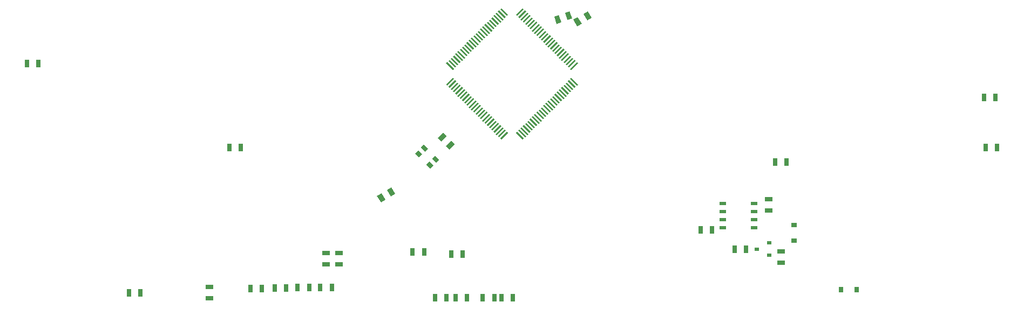
<source format=gtp>
G75*
G70*
%OFA0B0*%
%FSLAX24Y24*%
%IPPOS*%
%LPD*%
%AMOC8*
5,1,8,0,0,1.08239X$1,22.5*
%
%ADD10R,0.0315X0.0472*%
%ADD11R,0.0276X0.0354*%
%ADD12R,0.0591X0.0098*%
%ADD13R,0.0394X0.0197*%
%ADD14R,0.0472X0.0315*%
%ADD15R,0.0276X0.0236*%
%ADD16R,0.0354X0.0276*%
D10*
X014036Y008990D03*
X014745Y008990D03*
X021545Y009244D03*
X022254Y009244D03*
X023024Y009292D03*
X023732Y009292D03*
X024453Y009316D03*
X025161Y009316D03*
X025849Y009311D03*
X026557Y009311D03*
X031551Y011520D03*
X032260Y011520D03*
X033936Y011390D03*
X034645Y011390D03*
X034898Y008672D03*
X034190Y008672D03*
X033655Y008670D03*
X032946Y008670D03*
X035883Y008679D03*
X036591Y008679D03*
X037036Y008670D03*
X037745Y008670D03*
X049336Y012890D03*
X050045Y012890D03*
X051436Y011690D03*
X052145Y011690D03*
X053936Y017090D03*
X054645Y017090D03*
X066836Y021090D03*
X067545Y021090D03*
X067645Y017990D03*
X066936Y017990D03*
G36*
X042097Y026250D02*
X042367Y026407D01*
X042603Y026000D01*
X042333Y025843D01*
X042097Y026250D01*
G37*
G36*
X041484Y025896D02*
X041754Y026053D01*
X041990Y025646D01*
X041720Y025489D01*
X041484Y025896D01*
G37*
G36*
X040956Y026309D02*
X041250Y026416D01*
X041412Y025973D01*
X041118Y025866D01*
X040956Y026309D01*
G37*
G36*
X040290Y026067D02*
X040584Y026174D01*
X040746Y025731D01*
X040452Y025624D01*
X040290Y026067D01*
G37*
G36*
X033320Y018358D02*
X033098Y018580D01*
X033430Y018912D01*
X033652Y018690D01*
X033320Y018358D01*
G37*
G36*
X033821Y017857D02*
X033599Y018079D01*
X033931Y018411D01*
X034153Y018189D01*
X033821Y017857D01*
G37*
G36*
X029967Y015345D02*
X030237Y015502D01*
X030473Y015095D01*
X030203Y014938D01*
X029967Y015345D01*
G37*
G36*
X029354Y014990D02*
X029624Y015147D01*
X029860Y014740D01*
X029590Y014583D01*
X029354Y014990D01*
G37*
X020945Y017990D03*
X020236Y017990D03*
X008445Y023190D03*
X007736Y023190D03*
D11*
G36*
X031698Y017611D02*
X031893Y017806D01*
X032142Y017557D01*
X031947Y017362D01*
X031698Y017611D01*
G37*
G36*
X032060Y017972D02*
X032255Y018167D01*
X032504Y017918D01*
X032309Y017723D01*
X032060Y017972D01*
G37*
G36*
X032751Y017281D02*
X032946Y017476D01*
X033195Y017227D01*
X033000Y017032D01*
X032751Y017281D01*
G37*
G36*
X032390Y016919D02*
X032585Y017114D01*
X032834Y016865D01*
X032639Y016670D01*
X032390Y016919D01*
G37*
X058018Y009190D03*
X058963Y009190D03*
D12*
G36*
X038145Y019101D02*
X038561Y018685D01*
X038491Y018615D01*
X038075Y019031D01*
X038145Y019101D01*
G37*
G36*
X038284Y019240D02*
X038700Y018824D01*
X038630Y018754D01*
X038214Y019170D01*
X038284Y019240D01*
G37*
G36*
X038423Y019379D02*
X038839Y018963D01*
X038769Y018893D01*
X038353Y019309D01*
X038423Y019379D01*
G37*
G36*
X038562Y019518D02*
X038978Y019102D01*
X038908Y019032D01*
X038492Y019448D01*
X038562Y019518D01*
G37*
G36*
X038701Y019658D02*
X039117Y019242D01*
X039047Y019172D01*
X038631Y019588D01*
X038701Y019658D01*
G37*
G36*
X038841Y019797D02*
X039257Y019381D01*
X039187Y019311D01*
X038771Y019727D01*
X038841Y019797D01*
G37*
G36*
X038980Y019936D02*
X039396Y019520D01*
X039326Y019450D01*
X038910Y019866D01*
X038980Y019936D01*
G37*
G36*
X039119Y020075D02*
X039535Y019659D01*
X039465Y019589D01*
X039049Y020005D01*
X039119Y020075D01*
G37*
G36*
X039258Y020214D02*
X039674Y019798D01*
X039604Y019728D01*
X039188Y020144D01*
X039258Y020214D01*
G37*
G36*
X039397Y020354D02*
X039813Y019938D01*
X039743Y019868D01*
X039327Y020284D01*
X039397Y020354D01*
G37*
G36*
X039536Y020493D02*
X039952Y020077D01*
X039882Y020007D01*
X039466Y020423D01*
X039536Y020493D01*
G37*
G36*
X039676Y020632D02*
X040092Y020216D01*
X040022Y020146D01*
X039606Y020562D01*
X039676Y020632D01*
G37*
G36*
X039815Y020771D02*
X040231Y020355D01*
X040161Y020285D01*
X039745Y020701D01*
X039815Y020771D01*
G37*
G36*
X039954Y020910D02*
X040370Y020494D01*
X040300Y020424D01*
X039884Y020840D01*
X039954Y020910D01*
G37*
G36*
X040093Y021050D02*
X040509Y020634D01*
X040439Y020564D01*
X040023Y020980D01*
X040093Y021050D01*
G37*
G36*
X040232Y021189D02*
X040648Y020773D01*
X040578Y020703D01*
X040162Y021119D01*
X040232Y021189D01*
G37*
G36*
X040372Y021328D02*
X040788Y020912D01*
X040718Y020842D01*
X040302Y021258D01*
X040372Y021328D01*
G37*
G36*
X040511Y021467D02*
X040927Y021051D01*
X040857Y020981D01*
X040441Y021397D01*
X040511Y021467D01*
G37*
G36*
X040650Y021606D02*
X041066Y021190D01*
X040996Y021120D01*
X040580Y021536D01*
X040650Y021606D01*
G37*
G36*
X040789Y021746D02*
X041205Y021330D01*
X041135Y021260D01*
X040719Y021676D01*
X040789Y021746D01*
G37*
G36*
X040928Y021885D02*
X041344Y021469D01*
X041274Y021399D01*
X040858Y021815D01*
X040928Y021885D01*
G37*
G36*
X041068Y022024D02*
X041484Y021608D01*
X041414Y021538D01*
X040998Y021954D01*
X041068Y022024D01*
G37*
G36*
X041207Y022163D02*
X041623Y021747D01*
X041553Y021677D01*
X041137Y022093D01*
X041207Y022163D01*
G37*
G36*
X041346Y022302D02*
X041762Y021886D01*
X041692Y021816D01*
X041276Y022232D01*
X041346Y022302D01*
G37*
G36*
X041276Y022861D02*
X041692Y023277D01*
X041762Y023207D01*
X041346Y022791D01*
X041276Y022861D01*
G37*
G36*
X041137Y023000D02*
X041553Y023416D01*
X041623Y023346D01*
X041207Y022930D01*
X041137Y023000D01*
G37*
G36*
X040998Y023139D02*
X041414Y023555D01*
X041484Y023485D01*
X041068Y023069D01*
X040998Y023139D01*
G37*
G36*
X040858Y023278D02*
X041274Y023694D01*
X041344Y023624D01*
X040928Y023208D01*
X040858Y023278D01*
G37*
G36*
X040719Y023417D02*
X041135Y023833D01*
X041205Y023763D01*
X040789Y023347D01*
X040719Y023417D01*
G37*
G36*
X040580Y023557D02*
X040996Y023973D01*
X041066Y023903D01*
X040650Y023487D01*
X040580Y023557D01*
G37*
G36*
X040441Y023696D02*
X040857Y024112D01*
X040927Y024042D01*
X040511Y023626D01*
X040441Y023696D01*
G37*
G36*
X040302Y023835D02*
X040718Y024251D01*
X040788Y024181D01*
X040372Y023765D01*
X040302Y023835D01*
G37*
G36*
X040162Y023974D02*
X040578Y024390D01*
X040648Y024320D01*
X040232Y023904D01*
X040162Y023974D01*
G37*
G36*
X040023Y024113D02*
X040439Y024529D01*
X040509Y024459D01*
X040093Y024043D01*
X040023Y024113D01*
G37*
G36*
X039884Y024253D02*
X040300Y024669D01*
X040370Y024599D01*
X039954Y024183D01*
X039884Y024253D01*
G37*
G36*
X039745Y024392D02*
X040161Y024808D01*
X040231Y024738D01*
X039815Y024322D01*
X039745Y024392D01*
G37*
G36*
X039606Y024531D02*
X040022Y024947D01*
X040092Y024877D01*
X039676Y024461D01*
X039606Y024531D01*
G37*
G36*
X039466Y024670D02*
X039882Y025086D01*
X039952Y025016D01*
X039536Y024600D01*
X039466Y024670D01*
G37*
G36*
X039327Y024809D02*
X039743Y025225D01*
X039813Y025155D01*
X039397Y024739D01*
X039327Y024809D01*
G37*
G36*
X039188Y024949D02*
X039604Y025365D01*
X039674Y025295D01*
X039258Y024879D01*
X039188Y024949D01*
G37*
G36*
X039049Y025088D02*
X039465Y025504D01*
X039535Y025434D01*
X039119Y025018D01*
X039049Y025088D01*
G37*
G36*
X038910Y025227D02*
X039326Y025643D01*
X039396Y025573D01*
X038980Y025157D01*
X038910Y025227D01*
G37*
G36*
X038771Y025366D02*
X039187Y025782D01*
X039257Y025712D01*
X038841Y025296D01*
X038771Y025366D01*
G37*
G36*
X038631Y025505D02*
X039047Y025921D01*
X039117Y025851D01*
X038701Y025435D01*
X038631Y025505D01*
G37*
G36*
X038492Y025645D02*
X038908Y026061D01*
X038978Y025991D01*
X038562Y025575D01*
X038492Y025645D01*
G37*
G36*
X038353Y025784D02*
X038769Y026200D01*
X038839Y026130D01*
X038423Y025714D01*
X038353Y025784D01*
G37*
G36*
X038214Y025923D02*
X038630Y026339D01*
X038700Y026269D01*
X038284Y025853D01*
X038214Y025923D01*
G37*
G36*
X038075Y026062D02*
X038491Y026478D01*
X038561Y026408D01*
X038145Y025992D01*
X038075Y026062D01*
G37*
G36*
X037935Y026201D02*
X038351Y026617D01*
X038421Y026547D01*
X038005Y026131D01*
X037935Y026201D01*
G37*
G36*
X037377Y026131D02*
X036961Y026547D01*
X037031Y026617D01*
X037447Y026201D01*
X037377Y026131D01*
G37*
G36*
X037238Y025992D02*
X036822Y026408D01*
X036892Y026478D01*
X037308Y026062D01*
X037238Y025992D01*
G37*
G36*
X037099Y025853D02*
X036683Y026269D01*
X036753Y026339D01*
X037169Y025923D01*
X037099Y025853D01*
G37*
G36*
X036959Y025714D02*
X036543Y026130D01*
X036613Y026200D01*
X037029Y025784D01*
X036959Y025714D01*
G37*
G36*
X036820Y025575D02*
X036404Y025991D01*
X036474Y026061D01*
X036890Y025645D01*
X036820Y025575D01*
G37*
G36*
X036681Y025435D02*
X036265Y025851D01*
X036335Y025921D01*
X036751Y025505D01*
X036681Y025435D01*
G37*
G36*
X036542Y025296D02*
X036126Y025712D01*
X036196Y025782D01*
X036612Y025366D01*
X036542Y025296D01*
G37*
G36*
X036403Y025157D02*
X035987Y025573D01*
X036057Y025643D01*
X036473Y025227D01*
X036403Y025157D01*
G37*
G36*
X036263Y025018D02*
X035847Y025434D01*
X035917Y025504D01*
X036333Y025088D01*
X036263Y025018D01*
G37*
G36*
X036124Y024879D02*
X035708Y025295D01*
X035778Y025365D01*
X036194Y024949D01*
X036124Y024879D01*
G37*
G36*
X035985Y024739D02*
X035569Y025155D01*
X035639Y025225D01*
X036055Y024809D01*
X035985Y024739D01*
G37*
G36*
X035846Y024600D02*
X035430Y025016D01*
X035500Y025086D01*
X035916Y024670D01*
X035846Y024600D01*
G37*
G36*
X035707Y024461D02*
X035291Y024877D01*
X035361Y024947D01*
X035777Y024531D01*
X035707Y024461D01*
G37*
G36*
X035567Y024322D02*
X035151Y024738D01*
X035221Y024808D01*
X035637Y024392D01*
X035567Y024322D01*
G37*
G36*
X035428Y024183D02*
X035012Y024599D01*
X035082Y024669D01*
X035498Y024253D01*
X035428Y024183D01*
G37*
G36*
X035289Y024043D02*
X034873Y024459D01*
X034943Y024529D01*
X035359Y024113D01*
X035289Y024043D01*
G37*
G36*
X035150Y023904D02*
X034734Y024320D01*
X034804Y024390D01*
X035220Y023974D01*
X035150Y023904D01*
G37*
G36*
X035011Y023765D02*
X034595Y024181D01*
X034665Y024251D01*
X035081Y023835D01*
X035011Y023765D01*
G37*
G36*
X034872Y023626D02*
X034456Y024042D01*
X034526Y024112D01*
X034942Y023696D01*
X034872Y023626D01*
G37*
G36*
X034732Y023487D02*
X034316Y023903D01*
X034386Y023973D01*
X034802Y023557D01*
X034732Y023487D01*
G37*
G36*
X034593Y023347D02*
X034177Y023763D01*
X034247Y023833D01*
X034663Y023417D01*
X034593Y023347D01*
G37*
G36*
X034454Y023208D02*
X034038Y023624D01*
X034108Y023694D01*
X034524Y023278D01*
X034454Y023208D01*
G37*
G36*
X034315Y023069D02*
X033899Y023485D01*
X033969Y023555D01*
X034385Y023139D01*
X034315Y023069D01*
G37*
G36*
X034176Y022930D02*
X033760Y023346D01*
X033830Y023416D01*
X034246Y023000D01*
X034176Y022930D01*
G37*
G36*
X034036Y022791D02*
X033620Y023207D01*
X033690Y023277D01*
X034106Y022861D01*
X034036Y022791D01*
G37*
G36*
X034106Y022232D02*
X033690Y021816D01*
X033620Y021886D01*
X034036Y022302D01*
X034106Y022232D01*
G37*
G36*
X034246Y022093D02*
X033830Y021677D01*
X033760Y021747D01*
X034176Y022163D01*
X034246Y022093D01*
G37*
G36*
X034385Y021954D02*
X033969Y021538D01*
X033899Y021608D01*
X034315Y022024D01*
X034385Y021954D01*
G37*
G36*
X034524Y021815D02*
X034108Y021399D01*
X034038Y021469D01*
X034454Y021885D01*
X034524Y021815D01*
G37*
G36*
X034663Y021676D02*
X034247Y021260D01*
X034177Y021330D01*
X034593Y021746D01*
X034663Y021676D01*
G37*
G36*
X034802Y021536D02*
X034386Y021120D01*
X034316Y021190D01*
X034732Y021606D01*
X034802Y021536D01*
G37*
G36*
X034942Y021397D02*
X034526Y020981D01*
X034456Y021051D01*
X034872Y021467D01*
X034942Y021397D01*
G37*
G36*
X035081Y021258D02*
X034665Y020842D01*
X034595Y020912D01*
X035011Y021328D01*
X035081Y021258D01*
G37*
G36*
X035220Y021119D02*
X034804Y020703D01*
X034734Y020773D01*
X035150Y021189D01*
X035220Y021119D01*
G37*
G36*
X035359Y020980D02*
X034943Y020564D01*
X034873Y020634D01*
X035289Y021050D01*
X035359Y020980D01*
G37*
G36*
X035498Y020840D02*
X035082Y020424D01*
X035012Y020494D01*
X035428Y020910D01*
X035498Y020840D01*
G37*
G36*
X035637Y020701D02*
X035221Y020285D01*
X035151Y020355D01*
X035567Y020771D01*
X035637Y020701D01*
G37*
G36*
X035777Y020562D02*
X035361Y020146D01*
X035291Y020216D01*
X035707Y020632D01*
X035777Y020562D01*
G37*
G36*
X035916Y020423D02*
X035500Y020007D01*
X035430Y020077D01*
X035846Y020493D01*
X035916Y020423D01*
G37*
G36*
X036055Y020284D02*
X035639Y019868D01*
X035569Y019938D01*
X035985Y020354D01*
X036055Y020284D01*
G37*
G36*
X036194Y020144D02*
X035778Y019728D01*
X035708Y019798D01*
X036124Y020214D01*
X036194Y020144D01*
G37*
G36*
X036333Y020005D02*
X035917Y019589D01*
X035847Y019659D01*
X036263Y020075D01*
X036333Y020005D01*
G37*
G36*
X036473Y019866D02*
X036057Y019450D01*
X035987Y019520D01*
X036403Y019936D01*
X036473Y019866D01*
G37*
G36*
X036612Y019727D02*
X036196Y019311D01*
X036126Y019381D01*
X036542Y019797D01*
X036612Y019727D01*
G37*
G36*
X036751Y019588D02*
X036335Y019172D01*
X036265Y019242D01*
X036681Y019658D01*
X036751Y019588D01*
G37*
G36*
X036890Y019448D02*
X036474Y019032D01*
X036404Y019102D01*
X036820Y019518D01*
X036890Y019448D01*
G37*
G36*
X037029Y019309D02*
X036613Y018893D01*
X036543Y018963D01*
X036959Y019379D01*
X037029Y019309D01*
G37*
G36*
X037169Y019170D02*
X036753Y018754D01*
X036683Y018824D01*
X037099Y019240D01*
X037169Y019170D01*
G37*
G36*
X037308Y019031D02*
X036892Y018615D01*
X036822Y018685D01*
X037238Y019101D01*
X037308Y019031D01*
G37*
G36*
X037447Y018892D02*
X037031Y018476D01*
X036961Y018546D01*
X037377Y018962D01*
X037447Y018892D01*
G37*
G36*
X038005Y018962D02*
X038421Y018546D01*
X038351Y018476D01*
X037935Y018892D01*
X038005Y018962D01*
G37*
D13*
X050691Y014512D03*
X050691Y014008D03*
X050691Y013504D03*
X050691Y013000D03*
X052651Y013000D03*
X052651Y013504D03*
X052651Y014008D03*
X052651Y014512D03*
D14*
X018991Y008636D03*
X018991Y009344D03*
X026191Y010736D03*
X026991Y010736D03*
X026991Y011444D03*
X026191Y011444D03*
X053549Y014077D03*
X053549Y014786D03*
X054291Y011544D03*
X054291Y010836D03*
D15*
X053584Y011316D03*
X052797Y011690D03*
X053584Y012064D03*
D16*
X055091Y012218D03*
X055091Y013163D03*
M02*

</source>
